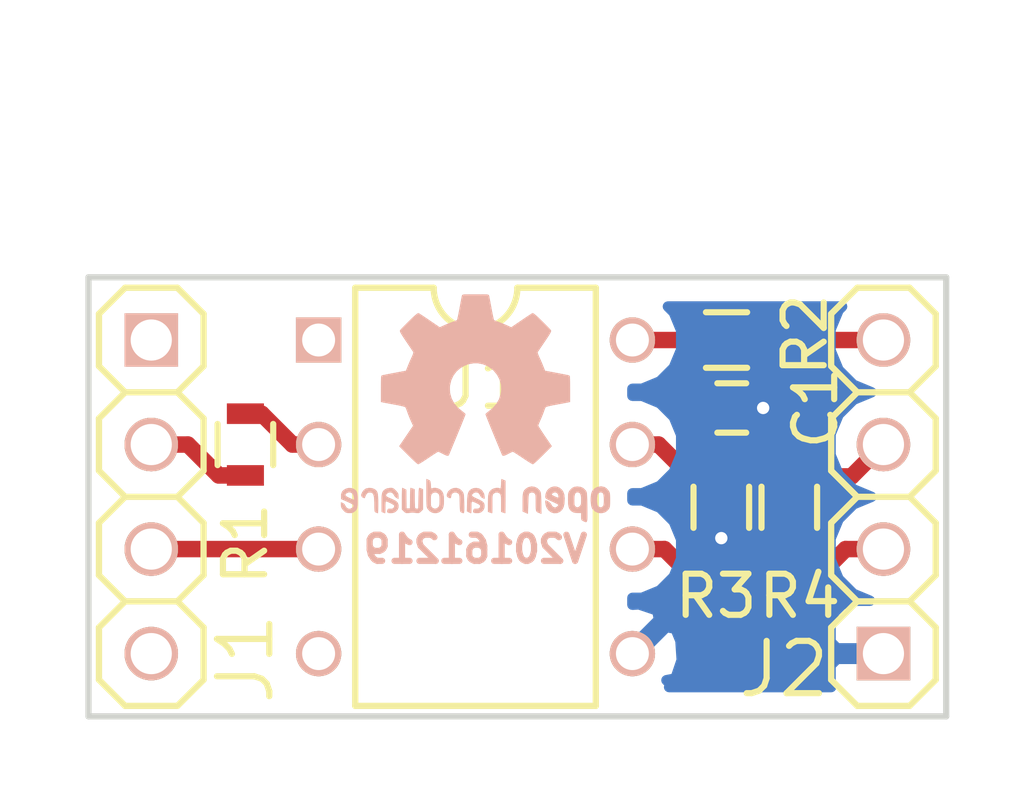
<source format=kicad_pcb>
(kicad_pcb (version 4) (host pcbnew 4.0.4+e1-6308~48~ubuntu16.04.1-stable)

  (general
    (links 13)
    (no_connects 0)
    (area 135.869 94.124714 161.184 113.857)
    (thickness 1.6)
    (drawings 5)
    (tracks 25)
    (zones 0)
    (modules 9)
    (nets 14)
  )

  (page A4)
  (layers
    (0 F.Cu signal)
    (31 B.Cu signal)
    (32 B.Adhes user)
    (33 F.Adhes user)
    (34 B.Paste user)
    (35 F.Paste user)
    (36 B.SilkS user)
    (37 F.SilkS user)
    (38 B.Mask user)
    (39 F.Mask user)
    (40 Dwgs.User user)
    (41 Cmts.User user)
    (42 Eco1.User user)
    (43 Eco2.User user)
    (44 Edge.Cuts user)
    (45 Margin user)
    (46 B.CrtYd user)
    (47 F.CrtYd user)
    (48 B.Fab user)
    (49 F.Fab user)
  )

  (setup
    (last_trace_width 0.25)
    (user_trace_width 0.3)
    (user_trace_width 0.4)
    (user_trace_width 0.6)
    (user_trace_width 0.8)
    (user_trace_width 1)
    (user_trace_width 1.5)
    (user_trace_width 2.1)
    (trace_clearance 0.2)
    (zone_clearance 0.508)
    (zone_45_only no)
    (trace_min 0.2)
    (segment_width 0.2)
    (edge_width 0.15)
    (via_size 0.6)
    (via_drill 0.4)
    (via_min_size 0.4)
    (via_min_drill 0.3)
    (user_via 0.5 0.3)
    (user_via 0.6 0.4)
    (user_via 0.8 0.6)
    (user_via 1 0.8)
    (user_via 1.2 1)
    (user_via 1.8 1.5)
    (user_via 2.4 2.1)
    (uvia_size 0.3)
    (uvia_drill 0.1)
    (uvias_allowed no)
    (uvia_min_size 0.2)
    (uvia_min_drill 0.1)
    (pcb_text_width 0.3)
    (pcb_text_size 1.5 1.5)
    (mod_edge_width 0.15)
    (mod_text_size 1 1)
    (mod_text_width 0.15)
    (pad_size 1.524 1.524)
    (pad_drill 0.762)
    (pad_to_mask_clearance 0.1)
    (aux_axis_origin 0 0)
    (visible_elements FFFFFF7F)
    (pcbplotparams
      (layerselection 0x00030_80000001)
      (usegerberextensions false)
      (excludeedgelayer true)
      (linewidth 0.100000)
      (plotframeref false)
      (viasonmask false)
      (mode 1)
      (useauxorigin false)
      (hpglpennumber 1)
      (hpglpenspeed 20)
      (hpglpendiameter 15)
      (hpglpenoverlay 2)
      (psnegative false)
      (psa4output false)
      (plotreference true)
      (plotvalue true)
      (plotinvisibletext false)
      (padsonsilk false)
      (subtractmaskfromsilk false)
      (outputformat 1)
      (mirror false)
      (drillshape 1)
      (scaleselection 1)
      (outputdirectory ""))
  )

  (net 0 "")
  (net 1 "Net-(C1-Pad1)")
  (net 2 GND)
  (net 3 "Net-(J1-Pad2)")
  (net 4 "Net-(J1-Pad3)")
  (net 5 "Net-(J2-Pad2)")
  (net 6 "Net-(J2-Pad3)")
  (net 7 VCC)
  (net 8 "Net-(R1-Pad1)")
  (net 9 "Net-(R3-Pad2)")
  (net 10 "Net-(J1-Pad1)")
  (net 11 "Net-(J1-Pad4)")
  (net 12 "Net-(U1-Pad1)")
  (net 13 "Net-(U1-Pad4)")

  (net_class Default "This is the default net class."
    (clearance 0.2)
    (trace_width 0.25)
    (via_dia 0.6)
    (via_drill 0.4)
    (uvia_dia 0.3)
    (uvia_drill 0.1)
    (add_net GND)
    (add_net "Net-(C1-Pad1)")
    (add_net "Net-(J1-Pad1)")
    (add_net "Net-(J1-Pad2)")
    (add_net "Net-(J1-Pad3)")
    (add_net "Net-(J1-Pad4)")
    (add_net "Net-(J2-Pad2)")
    (add_net "Net-(J2-Pad3)")
    (add_net "Net-(R1-Pad1)")
    (add_net "Net-(R3-Pad2)")
    (add_net "Net-(U1-Pad1)")
    (add_net "Net-(U1-Pad4)")
    (add_net VCC)
  )

  (module SquantorIC:DIL08_0.8 (layer F.Cu) (tedit 585854BF) (tstamp 5853CAE5)
    (at 147.574 106.68 270)
    (descr "DUAL IN LINE PACKAGE")
    (tags "DUAL IN LINE PACKAGE")
    (path /58530E4D)
    (attr virtual)
    (fp_text reference U1 (at -2.794 0 360) (layer F.SilkS)
      (effects (font (size 1.27 1.27) (thickness 0.15)))
    )
    (fp_text value 6N139 (at -8.89 -0.127 270) (layer F.Fab)
      (effects (font (size 1.27 1.27) (thickness 0.15)))
    )
    (fp_line (start 5.08 -2.921) (end -5.08 -2.921) (layer F.SilkS) (width 0.1524))
    (fp_line (start -5.08 2.921) (end 5.08 2.921) (layer F.SilkS) (width 0.1524))
    (fp_line (start 5.08 -2.921) (end 5.08 2.921) (layer F.SilkS) (width 0.1524))
    (fp_line (start -5.08 -2.921) (end -5.08 -1.016) (layer F.SilkS) (width 0.1524))
    (fp_line (start -5.08 2.921) (end -5.08 1.016) (layer F.SilkS) (width 0.1524))
    (fp_arc (start -5.08 0) (end -5.08 -1.016) (angle 180) (layer F.SilkS) (width 0.1524))
    (pad 1 thru_hole rect (at -3.81 3.81 90) (size 1.1 1.1) (drill 0.8) (layers *.Cu *.Paste *.SilkS *.Mask)
      (net 12 "Net-(U1-Pad1)"))
    (pad 2 thru_hole circle (at -1.27 3.81 90) (size 1.1 1.1) (drill 0.8) (layers *.Cu *.Paste *.SilkS *.Mask)
      (net 8 "Net-(R1-Pad1)"))
    (pad 3 thru_hole circle (at 1.27 3.81 90) (size 1.1 1.1) (drill 0.8) (layers *.Cu *.Paste *.SilkS *.Mask)
      (net 4 "Net-(J1-Pad3)"))
    (pad 4 thru_hole circle (at 3.81 3.81 90) (size 1.1 1.1) (drill 0.8) (layers *.Cu *.Paste *.SilkS *.Mask)
      (net 13 "Net-(U1-Pad4)"))
    (pad 5 thru_hole circle (at 3.81 -3.81 90) (size 1.1 1.1) (drill 0.8) (layers *.Cu *.Paste *.SilkS *.Mask)
      (net 2 GND))
    (pad 6 thru_hole circle (at 1.27 -3.81 90) (size 1.1 1.1) (drill 0.8) (layers *.Cu *.Paste *.SilkS *.Mask)
      (net 5 "Net-(J2-Pad2)"))
    (pad 7 thru_hole circle (at -1.27 -3.81 90) (size 1.1 1.1) (drill 0.8) (layers *.Cu *.Paste *.SilkS *.Mask)
      (net 9 "Net-(R3-Pad2)"))
    (pad 8 thru_hole circle (at -3.81 -3.81 90) (size 1.1 1.1) (drill 0.8) (layers *.Cu *.Paste *.SilkS *.Mask)
      (net 1 "Net-(C1-Pad1)"))
  )

  (module Resistors_SMD:R_0603 (layer F.Cu) (tedit 58531828) (tstamp 5853CAD3)
    (at 155.194 106.934 270)
    (descr "Resistor SMD 0603, reflow soldering, Vishay (see dcrcw.pdf)")
    (tags "resistor 0603")
    (path /5853199C)
    (attr smd)
    (fp_text reference R4 (at 2.159 -0.254 540) (layer F.SilkS)
      (effects (font (size 1 1) (thickness 0.15)))
    )
    (fp_text value R (at 6.223 0 270) (layer F.Fab)
      (effects (font (size 1 1) (thickness 0.15)))
    )
    (fp_line (start -0.8 0.4) (end -0.8 -0.4) (layer F.Fab) (width 0.1))
    (fp_line (start 0.8 0.4) (end -0.8 0.4) (layer F.Fab) (width 0.1))
    (fp_line (start 0.8 -0.4) (end 0.8 0.4) (layer F.Fab) (width 0.1))
    (fp_line (start -0.8 -0.4) (end 0.8 -0.4) (layer F.Fab) (width 0.1))
    (fp_line (start -1.3 -0.8) (end 1.3 -0.8) (layer F.CrtYd) (width 0.05))
    (fp_line (start -1.3 0.8) (end 1.3 0.8) (layer F.CrtYd) (width 0.05))
    (fp_line (start -1.3 -0.8) (end -1.3 0.8) (layer F.CrtYd) (width 0.05))
    (fp_line (start 1.3 -0.8) (end 1.3 0.8) (layer F.CrtYd) (width 0.05))
    (fp_line (start 0.5 0.675) (end -0.5 0.675) (layer F.SilkS) (width 0.15))
    (fp_line (start -0.5 -0.675) (end 0.5 -0.675) (layer F.SilkS) (width 0.15))
    (pad 1 smd rect (at -0.75 0 270) (size 0.5 0.9) (layers F.Cu F.Paste F.Mask)
      (net 6 "Net-(J2-Pad3)"))
    (pad 2 smd rect (at 0.75 0 270) (size 0.5 0.9) (layers F.Cu F.Paste F.Mask)
      (net 5 "Net-(J2-Pad2)"))
    (model Resistors_SMD.3dshapes/R_0603.wrl
      (at (xyz 0 0 0))
      (scale (xyz 1 1 1))
      (rotate (xyz 0 0 0))
    )
  )

  (module Resistors_SMD:R_0603 (layer F.Cu) (tedit 58531826) (tstamp 5853CACD)
    (at 153.543 106.934 90)
    (descr "Resistor SMD 0603, reflow soldering, Vishay (see dcrcw.pdf)")
    (tags "resistor 0603")
    (path /5853179B)
    (attr smd)
    (fp_text reference R3 (at -2.159 -0.127 360) (layer F.SilkS)
      (effects (font (size 1 1) (thickness 0.15)))
    )
    (fp_text value R (at -6.223 0 90) (layer F.Fab)
      (effects (font (size 1 1) (thickness 0.15)))
    )
    (fp_line (start -0.8 0.4) (end -0.8 -0.4) (layer F.Fab) (width 0.1))
    (fp_line (start 0.8 0.4) (end -0.8 0.4) (layer F.Fab) (width 0.1))
    (fp_line (start 0.8 -0.4) (end 0.8 0.4) (layer F.Fab) (width 0.1))
    (fp_line (start -0.8 -0.4) (end 0.8 -0.4) (layer F.Fab) (width 0.1))
    (fp_line (start -1.3 -0.8) (end 1.3 -0.8) (layer F.CrtYd) (width 0.05))
    (fp_line (start -1.3 0.8) (end 1.3 0.8) (layer F.CrtYd) (width 0.05))
    (fp_line (start -1.3 -0.8) (end -1.3 0.8) (layer F.CrtYd) (width 0.05))
    (fp_line (start 1.3 -0.8) (end 1.3 0.8) (layer F.CrtYd) (width 0.05))
    (fp_line (start 0.5 0.675) (end -0.5 0.675) (layer F.SilkS) (width 0.15))
    (fp_line (start -0.5 -0.675) (end 0.5 -0.675) (layer F.SilkS) (width 0.15))
    (pad 1 smd rect (at -0.75 0 90) (size 0.5 0.9) (layers F.Cu F.Paste F.Mask)
      (net 2 GND))
    (pad 2 smd rect (at 0.75 0 90) (size 0.5 0.9) (layers F.Cu F.Paste F.Mask)
      (net 9 "Net-(R3-Pad2)"))
    (model Resistors_SMD.3dshapes/R_0603.wrl
      (at (xyz 0 0 0))
      (scale (xyz 1 1 1))
      (rotate (xyz 0 0 0))
    )
  )

  (module Resistors_SMD:R_0603 (layer F.Cu) (tedit 58531867) (tstamp 5853CAC7)
    (at 153.67 102.87)
    (descr "Resistor SMD 0603, reflow soldering, Vishay (see dcrcw.pdf)")
    (tags "resistor 0603")
    (path /585312FE)
    (attr smd)
    (fp_text reference R2 (at 1.905 -0.127 90) (layer F.SilkS)
      (effects (font (size 1 1) (thickness 0.15)))
    )
    (fp_text value 220 (at -0.127 -4.826) (layer F.Fab)
      (effects (font (size 1 1) (thickness 0.15)))
    )
    (fp_line (start -0.8 0.4) (end -0.8 -0.4) (layer F.Fab) (width 0.1))
    (fp_line (start 0.8 0.4) (end -0.8 0.4) (layer F.Fab) (width 0.1))
    (fp_line (start 0.8 -0.4) (end 0.8 0.4) (layer F.Fab) (width 0.1))
    (fp_line (start -0.8 -0.4) (end 0.8 -0.4) (layer F.Fab) (width 0.1))
    (fp_line (start -1.3 -0.8) (end 1.3 -0.8) (layer F.CrtYd) (width 0.05))
    (fp_line (start -1.3 0.8) (end 1.3 0.8) (layer F.CrtYd) (width 0.05))
    (fp_line (start -1.3 -0.8) (end -1.3 0.8) (layer F.CrtYd) (width 0.05))
    (fp_line (start 1.3 -0.8) (end 1.3 0.8) (layer F.CrtYd) (width 0.05))
    (fp_line (start 0.5 0.675) (end -0.5 0.675) (layer F.SilkS) (width 0.15))
    (fp_line (start -0.5 -0.675) (end 0.5 -0.675) (layer F.SilkS) (width 0.15))
    (pad 1 smd rect (at -0.75 0) (size 0.5 0.9) (layers F.Cu F.Paste F.Mask)
      (net 1 "Net-(C1-Pad1)"))
    (pad 2 smd rect (at 0.75 0) (size 0.5 0.9) (layers F.Cu F.Paste F.Mask)
      (net 7 VCC))
    (model Resistors_SMD.3dshapes/R_0603.wrl
      (at (xyz 0 0 0))
      (scale (xyz 1 1 1))
      (rotate (xyz 0 0 0))
    )
  )

  (module Resistors_SMD:R_0603 (layer F.Cu) (tedit 585446BD) (tstamp 5853CAC1)
    (at 141.986 105.41 270)
    (descr "Resistor SMD 0603, reflow soldering, Vishay (see dcrcw.pdf)")
    (tags "resistor 0603")
    (path /585310ED)
    (attr smd)
    (fp_text reference R1 (at 2.413 0 270) (layer F.SilkS)
      (effects (font (size 1 1) (thickness 0.15)))
    )
    (fp_text value Sel (at -6.477 0.127 270) (layer F.Fab)
      (effects (font (size 1 1) (thickness 0.15)))
    )
    (fp_line (start -0.8 0.4) (end -0.8 -0.4) (layer F.Fab) (width 0.1))
    (fp_line (start 0.8 0.4) (end -0.8 0.4) (layer F.Fab) (width 0.1))
    (fp_line (start 0.8 -0.4) (end 0.8 0.4) (layer F.Fab) (width 0.1))
    (fp_line (start -0.8 -0.4) (end 0.8 -0.4) (layer F.Fab) (width 0.1))
    (fp_line (start -1.3 -0.8) (end 1.3 -0.8) (layer F.CrtYd) (width 0.05))
    (fp_line (start -1.3 0.8) (end 1.3 0.8) (layer F.CrtYd) (width 0.05))
    (fp_line (start -1.3 -0.8) (end -1.3 0.8) (layer F.CrtYd) (width 0.05))
    (fp_line (start 1.3 -0.8) (end 1.3 0.8) (layer F.CrtYd) (width 0.05))
    (fp_line (start 0.5 0.675) (end -0.5 0.675) (layer F.SilkS) (width 0.15))
    (fp_line (start -0.5 -0.675) (end 0.5 -0.675) (layer F.SilkS) (width 0.15))
    (pad 1 smd rect (at -0.75 0 270) (size 0.5 0.9) (layers F.Cu F.Paste F.Mask)
      (net 8 "Net-(R1-Pad1)"))
    (pad 2 smd rect (at 0.75 0 270) (size 0.5 0.9) (layers F.Cu F.Paste F.Mask)
      (net 3 "Net-(J1-Pad2)"))
    (model Resistors_SMD.3dshapes/R_0603.wrl
      (at (xyz 0 0 0))
      (scale (xyz 1 1 1))
      (rotate (xyz 0 0 0))
    )
  )

  (module SquantorConnectors:Header-2.54-1X04-H1.0 locked (layer F.Cu) (tedit 58531818) (tstamp 5853CABB)
    (at 157.48 106.68 90)
    (descr "PIN HEADER")
    (tags "PIN HEADER")
    (path /58531CAF)
    (attr virtual)
    (fp_text reference J2 (at -4.191 -2.413 360) (layer F.SilkS)
      (effects (font (size 1.27 1.27) (thickness 0.15)))
    )
    (fp_text value PINS_1X4 (at 0 2.413 90) (layer F.Fab)
      (effects (font (size 1.27 1.27) (thickness 0.15)))
    )
    (fp_line (start 0 -0.635) (end 0.635 -1.27) (layer F.SilkS) (width 0.1524))
    (fp_line (start 0.635 -1.27) (end 1.905 -1.27) (layer F.SilkS) (width 0.1524))
    (fp_line (start 1.905 -1.27) (end 2.54 -0.635) (layer F.SilkS) (width 0.1524))
    (fp_line (start 2.54 -0.635) (end 2.54 0.635) (layer F.SilkS) (width 0.1524))
    (fp_line (start 2.54 0.635) (end 1.905 1.27) (layer F.SilkS) (width 0.1524))
    (fp_line (start 1.905 1.27) (end 0.635 1.27) (layer F.SilkS) (width 0.1524))
    (fp_line (start 0.635 1.27) (end 0 0.635) (layer F.SilkS) (width 0.1524))
    (fp_line (start -4.445 -1.27) (end -3.175 -1.27) (layer F.SilkS) (width 0.1524))
    (fp_line (start -3.175 -1.27) (end -2.54 -0.635) (layer F.SilkS) (width 0.1524))
    (fp_line (start -2.54 -0.635) (end -2.54 0.635) (layer F.SilkS) (width 0.1524))
    (fp_line (start -2.54 0.635) (end -3.175 1.27) (layer F.SilkS) (width 0.1524))
    (fp_line (start -2.54 -0.635) (end -1.905 -1.27) (layer F.SilkS) (width 0.1524))
    (fp_line (start -1.905 -1.27) (end -0.635 -1.27) (layer F.SilkS) (width 0.1524))
    (fp_line (start -0.635 -1.27) (end 0 -0.635) (layer F.SilkS) (width 0.1524))
    (fp_line (start 0 -0.635) (end 0 0.635) (layer F.SilkS) (width 0.1524))
    (fp_line (start 0 0.635) (end -0.635 1.27) (layer F.SilkS) (width 0.1524))
    (fp_line (start -0.635 1.27) (end -1.905 1.27) (layer F.SilkS) (width 0.1524))
    (fp_line (start -1.905 1.27) (end -2.54 0.635) (layer F.SilkS) (width 0.1524))
    (fp_line (start -5.08 -0.635) (end -5.08 0.635) (layer F.SilkS) (width 0.1524))
    (fp_line (start -4.445 -1.27) (end -5.08 -0.635) (layer F.SilkS) (width 0.1524))
    (fp_line (start -5.08 0.635) (end -4.445 1.27) (layer F.SilkS) (width 0.1524))
    (fp_line (start -3.175 1.27) (end -4.445 1.27) (layer F.SilkS) (width 0.1524))
    (fp_line (start 3.175 -1.27) (end 4.445 -1.27) (layer F.SilkS) (width 0.1524))
    (fp_line (start 4.445 -1.27) (end 5.08 -0.635) (layer F.SilkS) (width 0.1524))
    (fp_line (start 5.08 -0.635) (end 5.08 0.635) (layer F.SilkS) (width 0.1524))
    (fp_line (start 5.08 0.635) (end 4.445 1.27) (layer F.SilkS) (width 0.1524))
    (fp_line (start 3.175 -1.27) (end 2.54 -0.635) (layer F.SilkS) (width 0.1524))
    (fp_line (start 2.54 0.635) (end 3.175 1.27) (layer F.SilkS) (width 0.1524))
    (fp_line (start 4.445 1.27) (end 3.175 1.27) (layer F.SilkS) (width 0.1524))
    (pad 1 thru_hole rect (at -3.81 0 270) (size 1.3 1.3) (drill 1) (layers *.Cu *.Paste *.SilkS *.Mask)
      (net 2 GND))
    (pad 2 thru_hole circle (at -1.27 0 270) (size 1.3 1.3) (drill 1) (layers *.Cu *.Paste *.SilkS *.Mask)
      (net 5 "Net-(J2-Pad2)"))
    (pad 3 thru_hole circle (at 1.27 0 270) (size 1.3 1.3) (drill 1) (layers *.Cu *.Paste *.SilkS *.Mask)
      (net 6 "Net-(J2-Pad3)"))
    (pad 4 thru_hole circle (at 3.81 0 270) (size 1.3 1.3) (drill 1) (layers *.Cu *.Paste *.SilkS *.Mask)
      (net 7 VCC))
  )

  (module SquantorConnectors:Header-2.54-1X04-H1.0 locked (layer F.Cu) (tedit 5853183A) (tstamp 5853CA96)
    (at 139.7 106.68 270)
    (descr "PIN HEADER")
    (tags "PIN HEADER")
    (path /58530FED)
    (attr virtual)
    (fp_text reference J1 (at 3.937 -2.286 270) (layer F.SilkS)
      (effects (font (size 1.27 1.27) (thickness 0.15)))
    )
    (fp_text value PINS_1X4 (at 0 2.667 270) (layer F.Fab)
      (effects (font (size 1.27 1.27) (thickness 0.15)))
    )
    (fp_line (start 0 -0.635) (end 0.635 -1.27) (layer F.SilkS) (width 0.1524))
    (fp_line (start 0.635 -1.27) (end 1.905 -1.27) (layer F.SilkS) (width 0.1524))
    (fp_line (start 1.905 -1.27) (end 2.54 -0.635) (layer F.SilkS) (width 0.1524))
    (fp_line (start 2.54 -0.635) (end 2.54 0.635) (layer F.SilkS) (width 0.1524))
    (fp_line (start 2.54 0.635) (end 1.905 1.27) (layer F.SilkS) (width 0.1524))
    (fp_line (start 1.905 1.27) (end 0.635 1.27) (layer F.SilkS) (width 0.1524))
    (fp_line (start 0.635 1.27) (end 0 0.635) (layer F.SilkS) (width 0.1524))
    (fp_line (start -4.445 -1.27) (end -3.175 -1.27) (layer F.SilkS) (width 0.1524))
    (fp_line (start -3.175 -1.27) (end -2.54 -0.635) (layer F.SilkS) (width 0.1524))
    (fp_line (start -2.54 -0.635) (end -2.54 0.635) (layer F.SilkS) (width 0.1524))
    (fp_line (start -2.54 0.635) (end -3.175 1.27) (layer F.SilkS) (width 0.1524))
    (fp_line (start -2.54 -0.635) (end -1.905 -1.27) (layer F.SilkS) (width 0.1524))
    (fp_line (start -1.905 -1.27) (end -0.635 -1.27) (layer F.SilkS) (width 0.1524))
    (fp_line (start -0.635 -1.27) (end 0 -0.635) (layer F.SilkS) (width 0.1524))
    (fp_line (start 0 -0.635) (end 0 0.635) (layer F.SilkS) (width 0.1524))
    (fp_line (start 0 0.635) (end -0.635 1.27) (layer F.SilkS) (width 0.1524))
    (fp_line (start -0.635 1.27) (end -1.905 1.27) (layer F.SilkS) (width 0.1524))
    (fp_line (start -1.905 1.27) (end -2.54 0.635) (layer F.SilkS) (width 0.1524))
    (fp_line (start -5.08 -0.635) (end -5.08 0.635) (layer F.SilkS) (width 0.1524))
    (fp_line (start -4.445 -1.27) (end -5.08 -0.635) (layer F.SilkS) (width 0.1524))
    (fp_line (start -5.08 0.635) (end -4.445 1.27) (layer F.SilkS) (width 0.1524))
    (fp_line (start -3.175 1.27) (end -4.445 1.27) (layer F.SilkS) (width 0.1524))
    (fp_line (start 3.175 -1.27) (end 4.445 -1.27) (layer F.SilkS) (width 0.1524))
    (fp_line (start 4.445 -1.27) (end 5.08 -0.635) (layer F.SilkS) (width 0.1524))
    (fp_line (start 5.08 -0.635) (end 5.08 0.635) (layer F.SilkS) (width 0.1524))
    (fp_line (start 5.08 0.635) (end 4.445 1.27) (layer F.SilkS) (width 0.1524))
    (fp_line (start 3.175 -1.27) (end 2.54 -0.635) (layer F.SilkS) (width 0.1524))
    (fp_line (start 2.54 0.635) (end 3.175 1.27) (layer F.SilkS) (width 0.1524))
    (fp_line (start 4.445 1.27) (end 3.175 1.27) (layer F.SilkS) (width 0.1524))
    (pad 1 thru_hole rect (at -3.81 0 90) (size 1.3 1.3) (drill 1) (layers *.Cu *.Paste *.SilkS *.Mask)
      (net 10 "Net-(J1-Pad1)"))
    (pad 2 thru_hole circle (at -1.27 0 90) (size 1.3 1.3) (drill 1) (layers *.Cu *.Paste *.SilkS *.Mask)
      (net 3 "Net-(J1-Pad2)"))
    (pad 3 thru_hole circle (at 1.27 0 90) (size 1.3 1.3) (drill 1) (layers *.Cu *.Paste *.SilkS *.Mask)
      (net 4 "Net-(J1-Pad3)"))
    (pad 4 thru_hole circle (at 3.81 0 90) (size 1.3 1.3) (drill 1) (layers *.Cu *.Paste *.SilkS *.Mask)
      (net 11 "Net-(J1-Pad4)"))
  )

  (module Capacitors_SMD:C_0603 (layer F.Cu) (tedit 585317FD) (tstamp 5853CA71)
    (at 153.797 104.521)
    (descr "Capacitor SMD 0603, reflow soldering, AVX (see smccp.pdf)")
    (tags "capacitor 0603")
    (path /58531416)
    (attr smd)
    (fp_text reference C1 (at 2.032 0 90) (layer F.SilkS)
      (effects (font (size 1 1) (thickness 0.15)))
    )
    (fp_text value 100n (at 0 -4.826) (layer F.Fab)
      (effects (font (size 1 1) (thickness 0.15)))
    )
    (fp_line (start -0.8 0.4) (end -0.8 -0.4) (layer F.Fab) (width 0.15))
    (fp_line (start 0.8 0.4) (end -0.8 0.4) (layer F.Fab) (width 0.15))
    (fp_line (start 0.8 -0.4) (end 0.8 0.4) (layer F.Fab) (width 0.15))
    (fp_line (start -0.8 -0.4) (end 0.8 -0.4) (layer F.Fab) (width 0.15))
    (fp_line (start -1.45 -0.75) (end 1.45 -0.75) (layer F.CrtYd) (width 0.05))
    (fp_line (start -1.45 0.75) (end 1.45 0.75) (layer F.CrtYd) (width 0.05))
    (fp_line (start -1.45 -0.75) (end -1.45 0.75) (layer F.CrtYd) (width 0.05))
    (fp_line (start 1.45 -0.75) (end 1.45 0.75) (layer F.CrtYd) (width 0.05))
    (fp_line (start -0.35 -0.6) (end 0.35 -0.6) (layer F.SilkS) (width 0.15))
    (fp_line (start 0.35 0.6) (end -0.35 0.6) (layer F.SilkS) (width 0.15))
    (pad 1 smd rect (at -0.75 0) (size 0.8 0.75) (layers F.Cu F.Paste F.Mask)
      (net 1 "Net-(C1-Pad1)"))
    (pad 2 smd rect (at 0.75 0) (size 0.8 0.75) (layers F.Cu F.Paste F.Mask)
      (net 2 GND))
    (model Capacitors_SMD.3dshapes/C_0603.wrl
      (at (xyz 0 0 0))
      (scale (xyz 1 1 1))
      (rotate (xyz 0 0 0))
    )
  )

  (module Symbols:OSHW-Logo2_7.3x6mm_SilkScreen (layer B.Cu) (tedit 0) (tstamp 58585D36)
    (at 147.574 104.521 180)
    (descr "Open Source Hardware Symbol")
    (tags "Logo Symbol OSHW")
    (attr virtual)
    (fp_text reference REF*** (at 0 0 180) (layer B.SilkS) hide
      (effects (font (size 1 1) (thickness 0.15)) (justify mirror))
    )
    (fp_text value OSHW-Logo2_9.8x8mm_SilkScreen (at 0.75 0 180) (layer B.Fab) hide
      (effects (font (size 1 1) (thickness 0.15)) (justify mirror))
    )
    (fp_poly (pts (xy -2.400256 -1.919918) (xy -2.344799 -1.947568) (xy -2.295852 -1.99848) (xy -2.282371 -2.017338)
      (xy -2.267686 -2.042015) (xy -2.258158 -2.068816) (xy -2.252707 -2.104587) (xy -2.250253 -2.156169)
      (xy -2.249714 -2.224267) (xy -2.252148 -2.317588) (xy -2.260606 -2.387657) (xy -2.276826 -2.439931)
      (xy -2.302546 -2.479869) (xy -2.339503 -2.512929) (xy -2.342218 -2.514886) (xy -2.37864 -2.534908)
      (xy -2.422498 -2.544815) (xy -2.478276 -2.547257) (xy -2.568952 -2.547257) (xy -2.56899 -2.635283)
      (xy -2.569834 -2.684308) (xy -2.574976 -2.713065) (xy -2.588413 -2.730311) (xy -2.614142 -2.744808)
      (xy -2.620321 -2.747769) (xy -2.649236 -2.761648) (xy -2.671624 -2.770414) (xy -2.688271 -2.771171)
      (xy -2.699964 -2.761023) (xy -2.70749 -2.737073) (xy -2.711634 -2.696426) (xy -2.713185 -2.636186)
      (xy -2.712929 -2.553455) (xy -2.711651 -2.445339) (xy -2.711252 -2.413) (xy -2.709815 -2.301524)
      (xy -2.708528 -2.228603) (xy -2.569029 -2.228603) (xy -2.568245 -2.290499) (xy -2.56476 -2.330997)
      (xy -2.556876 -2.357708) (xy -2.542895 -2.378244) (xy -2.533403 -2.38826) (xy -2.494596 -2.417567)
      (xy -2.460237 -2.419952) (xy -2.424784 -2.39575) (xy -2.423886 -2.394857) (xy -2.409461 -2.376153)
      (xy -2.400687 -2.350732) (xy -2.396261 -2.311584) (xy -2.394882 -2.251697) (xy -2.394857 -2.23843)
      (xy -2.398188 -2.155901) (xy -2.409031 -2.098691) (xy -2.42866 -2.063766) (xy -2.45835 -2.048094)
      (xy -2.475509 -2.046514) (xy -2.516234 -2.053926) (xy -2.544168 -2.07833) (xy -2.560983 -2.12298)
      (xy -2.56835 -2.19113) (xy -2.569029 -2.228603) (xy -2.708528 -2.228603) (xy -2.708292 -2.215245)
      (xy -2.706323 -2.150333) (xy -2.70355 -2.102958) (xy -2.699612 -2.06929) (xy -2.694151 -2.045498)
      (xy -2.686808 -2.027753) (xy -2.677223 -2.012224) (xy -2.673113 -2.006381) (xy -2.618595 -1.951185)
      (xy -2.549664 -1.91989) (xy -2.469928 -1.911165) (xy -2.400256 -1.919918)) (layer B.SilkS) (width 0.01))
    (fp_poly (pts (xy -1.283907 -1.92778) (xy -1.237328 -1.954723) (xy -1.204943 -1.981466) (xy -1.181258 -2.009484)
      (xy -1.164941 -2.043748) (xy -1.154661 -2.089227) (xy -1.149086 -2.150892) (xy -1.146884 -2.233711)
      (xy -1.146629 -2.293246) (xy -1.146629 -2.512391) (xy -1.208314 -2.540044) (xy -1.27 -2.567697)
      (xy -1.277257 -2.32767) (xy -1.280256 -2.238028) (xy -1.283402 -2.172962) (xy -1.287299 -2.128026)
      (xy -1.292553 -2.09877) (xy -1.299769 -2.080748) (xy -1.30955 -2.069511) (xy -1.312688 -2.067079)
      (xy -1.360239 -2.048083) (xy -1.408303 -2.0556) (xy -1.436914 -2.075543) (xy -1.448553 -2.089675)
      (xy -1.456609 -2.10822) (xy -1.461729 -2.136334) (xy -1.464559 -2.179173) (xy -1.465744 -2.241895)
      (xy -1.465943 -2.307261) (xy -1.465982 -2.389268) (xy -1.467386 -2.447316) (xy -1.472086 -2.486465)
      (xy -1.482013 -2.51178) (xy -1.499097 -2.528323) (xy -1.525268 -2.541156) (xy -1.560225 -2.554491)
      (xy -1.598404 -2.569007) (xy -1.593859 -2.311389) (xy -1.592029 -2.218519) (xy -1.589888 -2.149889)
      (xy -1.586819 -2.100711) (xy -1.582206 -2.066198) (xy -1.575432 -2.041562) (xy -1.565881 -2.022016)
      (xy -1.554366 -2.00477) (xy -1.49881 -1.94968) (xy -1.43102 -1.917822) (xy -1.357287 -1.910191)
      (xy -1.283907 -1.92778)) (layer B.SilkS) (width 0.01))
    (fp_poly (pts (xy -2.958885 -1.921962) (xy -2.890855 -1.957733) (xy -2.840649 -2.015301) (xy -2.822815 -2.052312)
      (xy -2.808937 -2.107882) (xy -2.801833 -2.178096) (xy -2.80116 -2.254727) (xy -2.806573 -2.329552)
      (xy -2.81773 -2.394342) (xy -2.834286 -2.440873) (xy -2.839374 -2.448887) (xy -2.899645 -2.508707)
      (xy -2.971231 -2.544535) (xy -3.048908 -2.55502) (xy -3.127452 -2.53881) (xy -3.149311 -2.529092)
      (xy -3.191878 -2.499143) (xy -3.229237 -2.459433) (xy -3.232768 -2.454397) (xy -3.247119 -2.430124)
      (xy -3.256606 -2.404178) (xy -3.26221 -2.370022) (xy -3.264914 -2.321119) (xy -3.265701 -2.250935)
      (xy -3.265714 -2.2352) (xy -3.265678 -2.230192) (xy -3.120571 -2.230192) (xy -3.119727 -2.29643)
      (xy -3.116404 -2.340386) (xy -3.109417 -2.368779) (xy -3.097584 -2.388325) (xy -3.091543 -2.394857)
      (xy -3.056814 -2.41968) (xy -3.023097 -2.418548) (xy -2.989005 -2.397016) (xy -2.968671 -2.374029)
      (xy -2.956629 -2.340478) (xy -2.949866 -2.287569) (xy -2.949402 -2.281399) (xy -2.948248 -2.185513)
      (xy -2.960312 -2.114299) (xy -2.98543 -2.068194) (xy -3.02344 -2.047635) (xy -3.037008 -2.046514)
      (xy -3.072636 -2.052152) (xy -3.097006 -2.071686) (xy -3.111907 -2.109042) (xy -3.119125 -2.16815)
      (xy -3.120571 -2.230192) (xy -3.265678 -2.230192) (xy -3.265174 -2.160413) (xy -3.262904 -2.108159)
      (xy -3.257932 -2.071949) (xy -3.249287 -2.045299) (xy -3.235995 -2.021722) (xy -3.233057 -2.017338)
      (xy -3.183687 -1.958249) (xy -3.129891 -1.923947) (xy -3.064398 -1.910331) (xy -3.042158 -1.909665)
      (xy -2.958885 -1.921962)) (layer B.SilkS) (width 0.01))
    (fp_poly (pts (xy -1.831697 -1.931239) (xy -1.774473 -1.969735) (xy -1.730251 -2.025335) (xy -1.703833 -2.096086)
      (xy -1.69849 -2.148162) (xy -1.699097 -2.169893) (xy -1.704178 -2.186531) (xy -1.718145 -2.201437)
      (xy -1.745411 -2.217973) (xy -1.790388 -2.239498) (xy -1.857489 -2.269374) (xy -1.857829 -2.269524)
      (xy -1.919593 -2.297813) (xy -1.970241 -2.322933) (xy -2.004596 -2.342179) (xy -2.017482 -2.352848)
      (xy -2.017486 -2.352934) (xy -2.006128 -2.376166) (xy -1.979569 -2.401774) (xy -1.949077 -2.420221)
      (xy -1.93363 -2.423886) (xy -1.891485 -2.411212) (xy -1.855192 -2.379471) (xy -1.837483 -2.344572)
      (xy -1.820448 -2.318845) (xy -1.787078 -2.289546) (xy -1.747851 -2.264235) (xy -1.713244 -2.250471)
      (xy -1.706007 -2.249714) (xy -1.697861 -2.26216) (xy -1.69737 -2.293972) (xy -1.703357 -2.336866)
      (xy -1.714643 -2.382558) (xy -1.73005 -2.422761) (xy -1.730829 -2.424322) (xy -1.777196 -2.489062)
      (xy -1.837289 -2.533097) (xy -1.905535 -2.554711) (xy -1.976362 -2.552185) (xy -2.044196 -2.523804)
      (xy -2.047212 -2.521808) (xy -2.100573 -2.473448) (xy -2.13566 -2.410352) (xy -2.155078 -2.327387)
      (xy -2.157684 -2.304078) (xy -2.162299 -2.194055) (xy -2.156767 -2.142748) (xy -2.017486 -2.142748)
      (xy -2.015676 -2.174753) (xy -2.005778 -2.184093) (xy -1.981102 -2.177105) (xy -1.942205 -2.160587)
      (xy -1.898725 -2.139881) (xy -1.897644 -2.139333) (xy -1.860791 -2.119949) (xy -1.846 -2.107013)
      (xy -1.849647 -2.093451) (xy -1.865005 -2.075632) (xy -1.904077 -2.049845) (xy -1.946154 -2.04795)
      (xy -1.983897 -2.066717) (xy -2.009966 -2.102915) (xy -2.017486 -2.142748) (xy -2.156767 -2.142748)
      (xy -2.152806 -2.106027) (xy -2.12845 -2.036212) (xy -2.094544 -1.987302) (xy -2.033347 -1.937878)
      (xy -1.965937 -1.913359) (xy -1.89712 -1.911797) (xy -1.831697 -1.931239)) (layer B.SilkS) (width 0.01))
    (fp_poly (pts (xy -0.624114 -1.851289) (xy -0.619861 -1.910613) (xy -0.614975 -1.945572) (xy -0.608205 -1.96082)
      (xy -0.598298 -1.961015) (xy -0.595086 -1.959195) (xy -0.552356 -1.946015) (xy -0.496773 -1.946785)
      (xy -0.440263 -1.960333) (xy -0.404918 -1.977861) (xy -0.368679 -2.005861) (xy -0.342187 -2.037549)
      (xy -0.324001 -2.077813) (xy -0.312678 -2.131543) (xy -0.306778 -2.203626) (xy -0.304857 -2.298951)
      (xy -0.304823 -2.317237) (xy -0.3048 -2.522646) (xy -0.350509 -2.53858) (xy -0.382973 -2.54942)
      (xy -0.400785 -2.554468) (xy -0.401309 -2.554514) (xy -0.403063 -2.540828) (xy -0.404556 -2.503076)
      (xy -0.405674 -2.446224) (xy -0.406303 -2.375234) (xy -0.4064 -2.332073) (xy -0.406602 -2.246973)
      (xy -0.407642 -2.185981) (xy -0.410169 -2.144177) (xy -0.414836 -2.116642) (xy -0.422293 -2.098456)
      (xy -0.433189 -2.084698) (xy -0.439993 -2.078073) (xy -0.486728 -2.051375) (xy -0.537728 -2.049375)
      (xy -0.583999 -2.071955) (xy -0.592556 -2.080107) (xy -0.605107 -2.095436) (xy -0.613812 -2.113618)
      (xy -0.619369 -2.139909) (xy -0.622474 -2.179562) (xy -0.623824 -2.237832) (xy -0.624114 -2.318173)
      (xy -0.624114 -2.522646) (xy -0.669823 -2.53858) (xy -0.702287 -2.54942) (xy -0.720099 -2.554468)
      (xy -0.720623 -2.554514) (xy -0.721963 -2.540623) (xy -0.723172 -2.501439) (xy -0.724199 -2.4407)
      (xy -0.724998 -2.362141) (xy -0.725519 -2.269498) (xy -0.725714 -2.166509) (xy -0.725714 -1.769342)
      (xy -0.678543 -1.749444) (xy -0.631371 -1.729547) (xy -0.624114 -1.851289)) (layer B.SilkS) (width 0.01))
    (fp_poly (pts (xy 0.039744 -1.950968) (xy 0.096616 -1.972087) (xy 0.097267 -1.972493) (xy 0.13244 -1.99838)
      (xy 0.158407 -2.028633) (xy 0.17667 -2.068058) (xy 0.188732 -2.121462) (xy 0.196096 -2.193651)
      (xy 0.200264 -2.289432) (xy 0.200629 -2.303078) (xy 0.205876 -2.508842) (xy 0.161716 -2.531678)
      (xy 0.129763 -2.54711) (xy 0.11047 -2.554423) (xy 0.109578 -2.554514) (xy 0.106239 -2.541022)
      (xy 0.103587 -2.504626) (xy 0.101956 -2.451452) (xy 0.1016 -2.408393) (xy 0.101592 -2.338641)
      (xy 0.098403 -2.294837) (xy 0.087288 -2.273944) (xy 0.063501 -2.272925) (xy 0.022296 -2.288741)
      (xy -0.039914 -2.317815) (xy -0.085659 -2.341963) (xy -0.109187 -2.362913) (xy -0.116104 -2.385747)
      (xy -0.116114 -2.386877) (xy -0.104701 -2.426212) (xy -0.070908 -2.447462) (xy -0.019191 -2.450539)
      (xy 0.018061 -2.450006) (xy 0.037703 -2.460735) (xy 0.049952 -2.486505) (xy 0.057002 -2.519337)
      (xy 0.046842 -2.537966) (xy 0.043017 -2.540632) (xy 0.007001 -2.55134) (xy -0.043434 -2.552856)
      (xy -0.095374 -2.545759) (xy -0.132178 -2.532788) (xy -0.183062 -2.489585) (xy -0.211986 -2.429446)
      (xy -0.217714 -2.382462) (xy -0.213343 -2.340082) (xy -0.197525 -2.305488) (xy -0.166203 -2.274763)
      (xy -0.115322 -2.24399) (xy -0.040824 -2.209252) (xy -0.036286 -2.207288) (xy 0.030821 -2.176287)
      (xy 0.072232 -2.150862) (xy 0.089981 -2.128014) (xy 0.086107 -2.104745) (xy 0.062643 -2.078056)
      (xy 0.055627 -2.071914) (xy 0.00863 -2.0481) (xy -0.040067 -2.049103) (xy -0.082478 -2.072451)
      (xy -0.110616 -2.115675) (xy -0.113231 -2.12416) (xy -0.138692 -2.165308) (xy -0.170999 -2.185128)
      (xy -0.217714 -2.20477) (xy -0.217714 -2.15395) (xy -0.203504 -2.080082) (xy -0.161325 -2.012327)
      (xy -0.139376 -1.989661) (xy -0.089483 -1.960569) (xy -0.026033 -1.9474) (xy 0.039744 -1.950968)) (layer B.SilkS) (width 0.01))
    (fp_poly (pts (xy 0.529926 -1.949755) (xy 0.595858 -1.974084) (xy 0.649273 -2.017117) (xy 0.670164 -2.047409)
      (xy 0.692939 -2.102994) (xy 0.692466 -2.143186) (xy 0.668562 -2.170217) (xy 0.659717 -2.174813)
      (xy 0.62153 -2.189144) (xy 0.602028 -2.185472) (xy 0.595422 -2.161407) (xy 0.595086 -2.148114)
      (xy 0.582992 -2.09921) (xy 0.551471 -2.064999) (xy 0.507659 -2.048476) (xy 0.458695 -2.052634)
      (xy 0.418894 -2.074227) (xy 0.40545 -2.086544) (xy 0.395921 -2.101487) (xy 0.389485 -2.124075)
      (xy 0.385317 -2.159328) (xy 0.382597 -2.212266) (xy 0.380502 -2.287907) (xy 0.37996 -2.311857)
      (xy 0.377981 -2.39379) (xy 0.375731 -2.451455) (xy 0.372357 -2.489608) (xy 0.367006 -2.513004)
      (xy 0.358824 -2.526398) (xy 0.346959 -2.534545) (xy 0.339362 -2.538144) (xy 0.307102 -2.550452)
      (xy 0.288111 -2.554514) (xy 0.281836 -2.540948) (xy 0.278006 -2.499934) (xy 0.2766 -2.430999)
      (xy 0.277598 -2.333669) (xy 0.277908 -2.318657) (xy 0.280101 -2.229859) (xy 0.282693 -2.165019)
      (xy 0.286382 -2.119067) (xy 0.291864 -2.086935) (xy 0.299835 -2.063553) (xy 0.310993 -2.043852)
      (xy 0.31683 -2.03541) (xy 0.350296 -1.998057) (xy 0.387727 -1.969003) (xy 0.392309 -1.966467)
      (xy 0.459426 -1.946443) (xy 0.529926 -1.949755)) (layer B.SilkS) (width 0.01))
    (fp_poly (pts (xy 1.190117 -2.065358) (xy 1.189933 -2.173837) (xy 1.189219 -2.257287) (xy 1.187675 -2.319704)
      (xy 1.185001 -2.365085) (xy 1.180894 -2.397429) (xy 1.175055 -2.420733) (xy 1.167182 -2.438995)
      (xy 1.161221 -2.449418) (xy 1.111855 -2.505945) (xy 1.049264 -2.541377) (xy 0.980013 -2.55409)
      (xy 0.910668 -2.542463) (xy 0.869375 -2.521568) (xy 0.826025 -2.485422) (xy 0.796481 -2.441276)
      (xy 0.778655 -2.383462) (xy 0.770463 -2.306313) (xy 0.769302 -2.249714) (xy 0.769458 -2.245647)
      (xy 0.870857 -2.245647) (xy 0.871476 -2.31055) (xy 0.874314 -2.353514) (xy 0.88084 -2.381622)
      (xy 0.892523 -2.401953) (xy 0.906483 -2.417288) (xy 0.953365 -2.44689) (xy 1.003701 -2.449419)
      (xy 1.051276 -2.424705) (xy 1.054979 -2.421356) (xy 1.070783 -2.403935) (xy 1.080693 -2.383209)
      (xy 1.086058 -2.352362) (xy 1.088228 -2.304577) (xy 1.088571 -2.251748) (xy 1.087827 -2.185381)
      (xy 1.084748 -2.141106) (xy 1.078061 -2.112009) (xy 1.066496 -2.091173) (xy 1.057013 -2.080107)
      (xy 1.01296 -2.052198) (xy 0.962224 -2.048843) (xy 0.913796 -2.070159) (xy 0.90445 -2.078073)
      (xy 0.88854 -2.095647) (xy 0.87861 -2.116587) (xy 0.873278 -2.147782) (xy 0.871163 -2.196122)
      (xy 0.870857 -2.245647) (xy 0.769458 -2.245647) (xy 0.77281 -2.158568) (xy 0.784726 -2.090086)
      (xy 0.807135 -2.0386) (xy 0.842124 -1.998443) (xy 0.869375 -1.977861) (xy 0.918907 -1.955625)
      (xy 0.976316 -1.945304) (xy 1.029682 -1.948067) (xy 1.059543 -1.959212) (xy 1.071261 -1.962383)
      (xy 1.079037 -1.950557) (xy 1.084465 -1.918866) (xy 1.088571 -1.870593) (xy 1.093067 -1.816829)
      (xy 1.099313 -1.784482) (xy 1.110676 -1.765985) (xy 1.130528 -1.75377) (xy 1.143 -1.748362)
      (xy 1.190171 -1.728601) (xy 1.190117 -2.065358)) (layer B.SilkS) (width 0.01))
    (fp_poly (pts (xy 1.779833 -1.958663) (xy 1.782048 -1.99685) (xy 1.783784 -2.054886) (xy 1.784899 -2.12818)
      (xy 1.785257 -2.205055) (xy 1.785257 -2.465196) (xy 1.739326 -2.511127) (xy 1.707675 -2.539429)
      (xy 1.67989 -2.550893) (xy 1.641915 -2.550168) (xy 1.62684 -2.548321) (xy 1.579726 -2.542948)
      (xy 1.540756 -2.539869) (xy 1.531257 -2.539585) (xy 1.499233 -2.541445) (xy 1.453432 -2.546114)
      (xy 1.435674 -2.548321) (xy 1.392057 -2.551735) (xy 1.362745 -2.54432) (xy 1.33368 -2.521427)
      (xy 1.323188 -2.511127) (xy 1.277257 -2.465196) (xy 1.277257 -1.978602) (xy 1.314226 -1.961758)
      (xy 1.346059 -1.949282) (xy 1.364683 -1.944914) (xy 1.369458 -1.958718) (xy 1.373921 -1.997286)
      (xy 1.377775 -2.056356) (xy 1.380722 -2.131663) (xy 1.382143 -2.195286) (xy 1.386114 -2.445657)
      (xy 1.420759 -2.450556) (xy 1.452268 -2.447131) (xy 1.467708 -2.436041) (xy 1.472023 -2.415308)
      (xy 1.475708 -2.371145) (xy 1.478469 -2.309146) (xy 1.480012 -2.234909) (xy 1.480235 -2.196706)
      (xy 1.480457 -1.976783) (xy 1.526166 -1.960849) (xy 1.558518 -1.950015) (xy 1.576115 -1.944962)
      (xy 1.576623 -1.944914) (xy 1.578388 -1.958648) (xy 1.580329 -1.99673) (xy 1.582282 -2.054482)
      (xy 1.584084 -2.127227) (xy 1.585343 -2.195286) (xy 1.589314 -2.445657) (xy 1.6764 -2.445657)
      (xy 1.680396 -2.21724) (xy 1.684392 -1.988822) (xy 1.726847 -1.966868) (xy 1.758192 -1.951793)
      (xy 1.776744 -1.944951) (xy 1.777279 -1.944914) (xy 1.779833 -1.958663)) (layer B.SilkS) (width 0.01))
    (fp_poly (pts (xy 2.144876 -1.956335) (xy 2.186667 -1.975344) (xy 2.219469 -1.998378) (xy 2.243503 -2.024133)
      (xy 2.260097 -2.057358) (xy 2.270577 -2.1028) (xy 2.276271 -2.165207) (xy 2.278507 -2.249327)
      (xy 2.278743 -2.304721) (xy 2.278743 -2.520826) (xy 2.241774 -2.53767) (xy 2.212656 -2.549981)
      (xy 2.198231 -2.554514) (xy 2.195472 -2.541025) (xy 2.193282 -2.504653) (xy 2.191942 -2.451542)
      (xy 2.191657 -2.409372) (xy 2.190434 -2.348447) (xy 2.187136 -2.300115) (xy 2.182321 -2.270518)
      (xy 2.178496 -2.264229) (xy 2.152783 -2.270652) (xy 2.112418 -2.287125) (xy 2.065679 -2.309458)
      (xy 2.020845 -2.333457) (xy 1.986193 -2.35493) (xy 1.970002 -2.369685) (xy 1.969938 -2.369845)
      (xy 1.97133 -2.397152) (xy 1.983818 -2.423219) (xy 2.005743 -2.444392) (xy 2.037743 -2.451474)
      (xy 2.065092 -2.450649) (xy 2.103826 -2.450042) (xy 2.124158 -2.459116) (xy 2.136369 -2.483092)
      (xy 2.137909 -2.487613) (xy 2.143203 -2.521806) (xy 2.129047 -2.542568) (xy 2.092148 -2.552462)
      (xy 2.052289 -2.554292) (xy 1.980562 -2.540727) (xy 1.943432 -2.521355) (xy 1.897576 -2.475845)
      (xy 1.873256 -2.419983) (xy 1.871073 -2.360957) (xy 1.891629 -2.305953) (xy 1.922549 -2.271486)
      (xy 1.95342 -2.252189) (xy 2.001942 -2.227759) (xy 2.058485 -2.202985) (xy 2.06791 -2.199199)
      (xy 2.130019 -2.171791) (xy 2.165822 -2.147634) (xy 2.177337 -2.123619) (xy 2.16658 -2.096635)
      (xy 2.148114 -2.075543) (xy 2.104469 -2.049572) (xy 2.056446 -2.047624) (xy 2.012406 -2.067637)
      (xy 1.980709 -2.107551) (xy 1.976549 -2.117848) (xy 1.952327 -2.155724) (xy 1.916965 -2.183842)
      (xy 1.872343 -2.206917) (xy 1.872343 -2.141485) (xy 1.874969 -2.101506) (xy 1.88623 -2.069997)
      (xy 1.911199 -2.036378) (xy 1.935169 -2.010484) (xy 1.972441 -1.973817) (xy 2.001401 -1.954121)
      (xy 2.032505 -1.94622) (xy 2.067713 -1.944914) (xy 2.144876 -1.956335)) (layer B.SilkS) (width 0.01))
    (fp_poly (pts (xy 2.6526 -1.958752) (xy 2.669948 -1.966334) (xy 2.711356 -1.999128) (xy 2.746765 -2.046547)
      (xy 2.768664 -2.097151) (xy 2.772229 -2.122098) (xy 2.760279 -2.156927) (xy 2.734067 -2.175357)
      (xy 2.705964 -2.186516) (xy 2.693095 -2.188572) (xy 2.686829 -2.173649) (xy 2.674456 -2.141175)
      (xy 2.669028 -2.126502) (xy 2.63859 -2.075744) (xy 2.59452 -2.050427) (xy 2.53801 -2.051206)
      (xy 2.533825 -2.052203) (xy 2.503655 -2.066507) (xy 2.481476 -2.094393) (xy 2.466327 -2.139287)
      (xy 2.45725 -2.204615) (xy 2.453286 -2.293804) (xy 2.452914 -2.341261) (xy 2.45273 -2.416071)
      (xy 2.451522 -2.467069) (xy 2.448309 -2.499471) (xy 2.442109 -2.518495) (xy 2.43194 -2.529356)
      (xy 2.416819 -2.537272) (xy 2.415946 -2.53767) (xy 2.386828 -2.549981) (xy 2.372403 -2.554514)
      (xy 2.370186 -2.540809) (xy 2.368289 -2.502925) (xy 2.366847 -2.445715) (xy 2.365998 -2.374027)
      (xy 2.365829 -2.321565) (xy 2.366692 -2.220047) (xy 2.37007 -2.143032) (xy 2.377142 -2.086023)
      (xy 2.389088 -2.044526) (xy 2.40709 -2.014043) (xy 2.432327 -1.99008) (xy 2.457247 -1.973355)
      (xy 2.517171 -1.951097) (xy 2.586911 -1.946076) (xy 2.6526 -1.958752)) (layer B.SilkS) (width 0.01))
    (fp_poly (pts (xy 3.153595 -1.966966) (xy 3.211021 -2.004497) (xy 3.238719 -2.038096) (xy 3.260662 -2.099064)
      (xy 3.262405 -2.147308) (xy 3.258457 -2.211816) (xy 3.109686 -2.276934) (xy 3.037349 -2.310202)
      (xy 2.990084 -2.336964) (xy 2.965507 -2.360144) (xy 2.961237 -2.382667) (xy 2.974889 -2.407455)
      (xy 2.989943 -2.423886) (xy 3.033746 -2.450235) (xy 3.081389 -2.452081) (xy 3.125145 -2.431546)
      (xy 3.157289 -2.390752) (xy 3.163038 -2.376347) (xy 3.190576 -2.331356) (xy 3.222258 -2.312182)
      (xy 3.265714 -2.295779) (xy 3.265714 -2.357966) (xy 3.261872 -2.400283) (xy 3.246823 -2.435969)
      (xy 3.21528 -2.476943) (xy 3.210592 -2.482267) (xy 3.175506 -2.51872) (xy 3.145347 -2.538283)
      (xy 3.107615 -2.547283) (xy 3.076335 -2.55023) (xy 3.020385 -2.550965) (xy 2.980555 -2.54166)
      (xy 2.955708 -2.527846) (xy 2.916656 -2.497467) (xy 2.889625 -2.464613) (xy 2.872517 -2.423294)
      (xy 2.863238 -2.367521) (xy 2.859693 -2.291305) (xy 2.85941 -2.252622) (xy 2.860372 -2.206247)
      (xy 2.948007 -2.206247) (xy 2.949023 -2.231126) (xy 2.951556 -2.2352) (xy 2.968274 -2.229665)
      (xy 3.004249 -2.215017) (xy 3.052331 -2.19419) (xy 3.062386 -2.189714) (xy 3.123152 -2.158814)
      (xy 3.156632 -2.131657) (xy 3.16399 -2.10622) (xy 3.146391 -2.080481) (xy 3.131856 -2.069109)
      (xy 3.07941 -2.046364) (xy 3.030322 -2.050122) (xy 2.989227 -2.077884) (xy 2.960758 -2.127152)
      (xy 2.951631 -2.166257) (xy 2.948007 -2.206247) (xy 2.860372 -2.206247) (xy 2.861285 -2.162249)
      (xy 2.868196 -2.095384) (xy 2.881884 -2.046695) (xy 2.904096 -2.010849) (xy 2.936574 -1.982513)
      (xy 2.950733 -1.973355) (xy 3.015053 -1.949507) (xy 3.085473 -1.948006) (xy 3.153595 -1.966966)) (layer B.SilkS) (width 0.01))
    (fp_poly (pts (xy 0.10391 2.757652) (xy 0.182454 2.757222) (xy 0.239298 2.756058) (xy 0.278105 2.753793)
      (xy 0.302538 2.75006) (xy 0.316262 2.744494) (xy 0.32294 2.736727) (xy 0.326236 2.726395)
      (xy 0.326556 2.725057) (xy 0.331562 2.700921) (xy 0.340829 2.653299) (xy 0.353392 2.587259)
      (xy 0.368287 2.507872) (xy 0.384551 2.420204) (xy 0.385119 2.417125) (xy 0.40141 2.331211)
      (xy 0.416652 2.255304) (xy 0.429861 2.193955) (xy 0.440054 2.151718) (xy 0.446248 2.133145)
      (xy 0.446543 2.132816) (xy 0.464788 2.123747) (xy 0.502405 2.108633) (xy 0.551271 2.090738)
      (xy 0.551543 2.090642) (xy 0.613093 2.067507) (xy 0.685657 2.038035) (xy 0.754057 2.008403)
      (xy 0.757294 2.006938) (xy 0.868702 1.956374) (xy 1.115399 2.12484) (xy 1.191077 2.176197)
      (xy 1.259631 2.222111) (xy 1.317088 2.25997) (xy 1.359476 2.287163) (xy 1.382825 2.301079)
      (xy 1.385042 2.302111) (xy 1.40201 2.297516) (xy 1.433701 2.275345) (xy 1.481352 2.234553)
      (xy 1.546198 2.174095) (xy 1.612397 2.109773) (xy 1.676214 2.046388) (xy 1.733329 1.988549)
      (xy 1.780305 1.939825) (xy 1.813703 1.90379) (xy 1.830085 1.884016) (xy 1.830694 1.882998)
      (xy 1.832505 1.869428) (xy 1.825683 1.847267) (xy 1.80854 1.813522) (xy 1.779393 1.7652)
      (xy 1.736555 1.699308) (xy 1.679448 1.614483) (xy 1.628766 1.539823) (xy 1.583461 1.47286)
      (xy 1.54615 1.417484) (xy 1.519452 1.37758) (xy 1.505985 1.357038) (xy 1.505137 1.355644)
      (xy 1.506781 1.335962) (xy 1.519245 1.297707) (xy 1.540048 1.248111) (xy 1.547462 1.232272)
      (xy 1.579814 1.16171) (xy 1.614328 1.081647) (xy 1.642365 1.012371) (xy 1.662568 0.960955)
      (xy 1.678615 0.921881) (xy 1.687888 0.901459) (xy 1.689041 0.899886) (xy 1.706096 0.897279)
      (xy 1.746298 0.890137) (xy 1.804302 0.879477) (xy 1.874763 0.866315) (xy 1.952335 0.851667)
      (xy 2.031672 0.836551) (xy 2.107431 0.821982) (xy 2.174264 0.808978) (xy 2.226828 0.798555)
      (xy 2.259776 0.79173) (xy 2.267857 0.789801) (xy 2.276205 0.785038) (xy 2.282506 0.774282)
      (xy 2.287045 0.753902) (xy 2.290104 0.720266) (xy 2.291967 0.669745) (xy 2.292918 0.598708)
      (xy 2.29324 0.503524) (xy 2.293257 0.464508) (xy 2.293257 0.147201) (xy 2.217057 0.132161)
      (xy 2.174663 0.124005) (xy 2.1114 0.112101) (xy 2.034962 0.097884) (xy 1.953043 0.08279)
      (xy 1.9304 0.078645) (xy 1.854806 0.063947) (xy 1.788953 0.049495) (xy 1.738366 0.036625)
      (xy 1.708574 0.026678) (xy 1.703612 0.023713) (xy 1.691426 0.002717) (xy 1.673953 -0.037967)
      (xy 1.654577 -0.090322) (xy 1.650734 -0.1016) (xy 1.625339 -0.171523) (xy 1.593817 -0.250418)
      (xy 1.562969 -0.321266) (xy 1.562817 -0.321595) (xy 1.511447 -0.432733) (xy 1.680399 -0.681253)
      (xy 1.849352 -0.929772) (xy 1.632429 -1.147058) (xy 1.566819 -1.211726) (xy 1.506979 -1.268733)
      (xy 1.456267 -1.315033) (xy 1.418046 -1.347584) (xy 1.395675 -1.363343) (xy 1.392466 -1.364343)
      (xy 1.373626 -1.356469) (xy 1.33518 -1.334578) (xy 1.28133 -1.301267) (xy 1.216276 -1.259131)
      (xy 1.14594 -1.211943) (xy 1.074555 -1.16381) (xy 1.010908 -1.121928) (xy 0.959041 -1.088871)
      (xy 0.922995 -1.067218) (xy 0.906867 -1.059543) (xy 0.887189 -1.066037) (xy 0.849875 -1.08315)
      (xy 0.802621 -1.107326) (xy 0.797612 -1.110013) (xy 0.733977 -1.141927) (xy 0.690341 -1.157579)
      (xy 0.663202 -1.157745) (xy 0.649057 -1.143204) (xy 0.648975 -1.143) (xy 0.641905 -1.125779)
      (xy 0.625042 -1.084899) (xy 0.599695 -1.023525) (xy 0.567171 -0.944819) (xy 0.528778 -0.851947)
      (xy 0.485822 -0.748072) (xy 0.444222 -0.647502) (xy 0.398504 -0.536516) (xy 0.356526 -0.433703)
      (xy 0.319548 -0.342215) (xy 0.288827 -0.265201) (xy 0.265622 -0.205815) (xy 0.25119 -0.167209)
      (xy 0.246743 -0.1528) (xy 0.257896 -0.136272) (xy 0.287069 -0.10993) (xy 0.325971 -0.080887)
      (xy 0.436757 0.010961) (xy 0.523351 0.116241) (xy 0.584716 0.232734) (xy 0.619815 0.358224)
      (xy 0.627608 0.490493) (xy 0.621943 0.551543) (xy 0.591078 0.678205) (xy 0.53792 0.790059)
      (xy 0.465767 0.885999) (xy 0.377917 0.964924) (xy 0.277665 1.02573) (xy 0.16831 1.067313)
      (xy 0.053147 1.088572) (xy -0.064525 1.088401) (xy -0.18141 1.065699) (xy -0.294211 1.019362)
      (xy -0.399631 0.948287) (xy -0.443632 0.908089) (xy -0.528021 0.804871) (xy -0.586778 0.692075)
      (xy -0.620296 0.57299) (xy -0.628965 0.450905) (xy -0.613177 0.329107) (xy -0.573322 0.210884)
      (xy -0.509793 0.099525) (xy -0.422979 -0.001684) (xy -0.325971 -0.080887) (xy -0.285563 -0.111162)
      (xy -0.257018 -0.137219) (xy -0.246743 -0.152825) (xy -0.252123 -0.169843) (xy -0.267425 -0.2105)
      (xy -0.291388 -0.271642) (xy -0.322756 -0.350119) (xy -0.360268 -0.44278) (xy -0.402667 -0.546472)
      (xy -0.444337 -0.647526) (xy -0.49031 -0.758607) (xy -0.532893 -0.861541) (xy -0.570779 -0.953165)
      (xy -0.60266 -1.030316) (xy -0.627229 -1.089831) (xy -0.64318 -1.128544) (xy -0.64909 -1.143)
      (xy -0.663052 -1.157685) (xy -0.69006 -1.157642) (xy -0.733587 -1.142099) (xy -0.79711 -1.110284)
      (xy -0.797612 -1.110013) (xy -0.84544 -1.085323) (xy -0.884103 -1.067338) (xy -0.905905 -1.059614)
      (xy -0.906867 -1.059543) (xy -0.923279 -1.067378) (xy -0.959513 -1.089165) (xy -1.011526 -1.122328)
      (xy -1.075275 -1.164291) (xy -1.14594 -1.211943) (xy -1.217884 -1.260191) (xy -1.282726 -1.302151)
      (xy -1.336265 -1.335227) (xy -1.374303 -1.356821) (xy -1.392467 -1.364343) (xy -1.409192 -1.354457)
      (xy -1.44282 -1.326826) (xy -1.48999 -1.284495) (xy -1.547342 -1.230505) (xy -1.611516 -1.167899)
      (xy -1.632503 -1.146983) (xy -1.849501 -0.929623) (xy -1.684332 -0.68722) (xy -1.634136 -0.612781)
      (xy -1.590081 -0.545972) (xy -1.554638 -0.490665) (xy -1.530281 -0.450729) (xy -1.519478 -0.430036)
      (xy -1.519162 -0.428563) (xy -1.524857 -0.409058) (xy -1.540174 -0.369822) (xy -1.562463 -0.31743)
      (xy -1.578107 -0.282355) (xy -1.607359 -0.215201) (xy -1.634906 -0.147358) (xy -1.656263 -0.090034)
      (xy -1.662065 -0.072572) (xy -1.678548 -0.025938) (xy -1.69466 0.010095) (xy -1.70351 0.023713)
      (xy -1.72304 0.032048) (xy -1.765666 0.043863) (xy -1.825855 0.057819) (xy -1.898078 0.072578)
      (xy -1.9304 0.078645) (xy -2.012478 0.093727) (xy -2.091205 0.108331) (xy -2.158891 0.12102)
      (xy -2.20784 0.130358) (xy -2.217057 0.132161) (xy -2.293257 0.147201) (xy -2.293257 0.464508)
      (xy -2.293086 0.568846) (xy -2.292384 0.647787) (xy -2.290866 0.704962) (xy -2.288251 0.744001)
      (xy -2.284254 0.768535) (xy -2.278591 0.782195) (xy -2.27098 0.788611) (xy -2.267857 0.789801)
      (xy -2.249022 0.79402) (xy -2.207412 0.802438) (xy -2.14837 0.814039) (xy -2.077243 0.827805)
      (xy -1.999375 0.84272) (xy -1.920113 0.857768) (xy -1.844802 0.871931) (xy -1.778787 0.884194)
      (xy -1.727413 0.893539) (xy -1.696025 0.89895) (xy -1.689041 0.899886) (xy -1.682715 0.912404)
      (xy -1.66871 0.945754) (xy -1.649645 0.993623) (xy -1.642366 1.012371) (xy -1.613004 1.084805)
      (xy -1.578429 1.16483) (xy -1.547463 1.232272) (xy -1.524677 1.283841) (xy -1.509518 1.326215)
      (xy -1.504458 1.352166) (xy -1.505264 1.355644) (xy -1.515959 1.372064) (xy -1.54038 1.408583)
      (xy -1.575905 1.461313) (xy -1.619913 1.526365) (xy -1.669783 1.599849) (xy -1.679644 1.614355)
      (xy -1.737508 1.700296) (xy -1.780044 1.765739) (xy -1.808946 1.813696) (xy -1.82591 1.84718)
      (xy -1.832633 1.869205) (xy -1.83081 1.882783) (xy -1.830764 1.882869) (xy -1.816414 1.900703)
      (xy -1.784677 1.935183) (xy -1.73899 1.982732) (xy -1.682796 2.039778) (xy -1.619532 2.102745)
      (xy -1.612398 2.109773) (xy -1.53267 2.18698) (xy -1.471143 2.24367) (xy -1.426579 2.28089)
      (xy -1.397743 2.299685) (xy -1.385042 2.302111) (xy -1.366506 2.291529) (xy -1.328039 2.267084)
      (xy -1.273614 2.231388) (xy -1.207202 2.187053) (xy -1.132775 2.136689) (xy -1.115399 2.12484)
      (xy -0.868703 1.956374) (xy -0.757294 2.006938) (xy -0.689543 2.036405) (xy -0.616817 2.066041)
      (xy -0.554297 2.08967) (xy -0.551543 2.090642) (xy -0.50264 2.108543) (xy -0.464943 2.12368)
      (xy -0.446575 2.13279) (xy -0.446544 2.132816) (xy -0.440715 2.149283) (xy -0.430808 2.189781)
      (xy -0.417805 2.249758) (xy -0.402691 2.32466) (xy -0.386448 2.409936) (xy -0.385119 2.417125)
      (xy -0.368825 2.504986) (xy -0.353867 2.58474) (xy -0.341209 2.651319) (xy -0.331814 2.699653)
      (xy -0.326646 2.724675) (xy -0.326556 2.725057) (xy -0.323411 2.735701) (xy -0.317296 2.743738)
      (xy -0.304547 2.749533) (xy -0.2815 2.753453) (xy -0.244491 2.755865) (xy -0.189856 2.757135)
      (xy -0.113933 2.757629) (xy -0.013056 2.757714) (xy 0 2.757714) (xy 0.10391 2.757652)) (layer B.SilkS) (width 0.01))
  )

  (gr_text V20161219 (at 147.574 107.95) (layer B.SilkS)
    (effects (font (size 0.635 0.635) (thickness 0.15)) (justify mirror))
  )
  (gr_line (start 138.176 112.014) (end 138.176 101.346) (angle 90) (layer Edge.Cuts) (width 0.15))
  (gr_line (start 159.004 112.014) (end 138.176 112.014) (angle 90) (layer Edge.Cuts) (width 0.15))
  (gr_line (start 159.004 101.346) (end 159.004 112.014) (angle 90) (layer Edge.Cuts) (width 0.15))
  (gr_line (start 138.176 101.346) (end 159.004 101.346) (angle 90) (layer Edge.Cuts) (width 0.15))

  (segment (start 152.92 104.152) (end 152.92 102.87) (width 0.4) (layer F.Cu) (net 1) (tstamp 58544723))
  (segment (start 151.384 102.87) (end 152.92 102.87) (width 0.4) (layer F.Cu) (net 1))
  (via (at 153.543 107.684) (size 0.5) (drill 0.3) (layers F.Cu B.Cu) (net 2))
  (via (at 154.559 104.521) (size 0.5) (drill 0.3) (layers F.Cu B.Cu) (net 2))
  (segment (start 139.7 105.41) (end 140.589 105.41) (width 0.4) (layer F.Cu) (net 3))
  (segment (start 141.339 106.16) (end 141.986 106.16) (width 0.4) (layer F.Cu) (net 3) (tstamp 585446A0))
  (segment (start 140.589 105.41) (end 141.339 106.16) (width 0.4) (layer F.Cu) (net 3) (tstamp 5854469B))
  (segment (start 139.7 107.95) (end 143.764 107.95) (width 0.4) (layer F.Cu) (net 4))
  (segment (start 152.796817 108.585) (end 155.067 108.585) (width 0.4) (layer F.Cu) (net 5))
  (segment (start 155.067 108.585) (end 155.925762 108.585) (width 0.4) (layer F.Cu) (net 5))
  (segment (start 155.194 107.684) (end 155.194 108.458) (width 0.4) (layer F.Cu) (net 5))
  (segment (start 155.194 108.458) (end 155.067 108.585) (width 0.4) (layer F.Cu) (net 5))
  (segment (start 155.925762 108.585) (end 156.560762 107.95) (width 0.4) (layer F.Cu) (net 5))
  (segment (start 156.560762 107.95) (end 157.48 107.95) (width 0.4) (layer F.Cu) (net 5))
  (segment (start 151.384 107.95) (end 152.161817 107.95) (width 0.4) (layer F.Cu) (net 5))
  (segment (start 152.161817 107.95) (end 152.796817 108.585) (width 0.4) (layer F.Cu) (net 5))
  (segment (start 155.194 106.184) (end 156.706 106.184) (width 0.4) (layer F.Cu) (net 6))
  (segment (start 156.706 106.184) (end 157.48 105.41) (width 0.4) (layer F.Cu) (net 6))
  (segment (start 154.42 102.87) (end 157.48 102.87) (width 0.4) (layer F.Cu) (net 7))
  (segment (start 141.986 104.66) (end 142.379 104.66) (width 0.4) (layer F.Cu) (net 8))
  (segment (start 142.379 104.66) (end 143.129 105.41) (width 0.4) (layer F.Cu) (net 8) (tstamp 585446A4))
  (segment (start 143.129 105.41) (end 143.764 105.41) (width 0.4) (layer F.Cu) (net 8) (tstamp 585446A6))
  (segment (start 151.384 105.41) (end 152.019 105.41) (width 0.4) (layer F.Cu) (net 9))
  (segment (start 152.793 106.184) (end 153.543 106.184) (width 0.4) (layer F.Cu) (net 9) (tstamp 5854472B))
  (segment (start 152.019 105.41) (end 152.793 106.184) (width 0.4) (layer F.Cu) (net 9) (tstamp 58544728))

  (zone (net 2) (net_name GND) (layer B.Cu) (tstamp 5853CD73) (hatch edge 0.508)
    (connect_pads (clearance 0.508))
    (min_thickness 0.254)
    (fill yes (arc_segments 16) (thermal_gap 0.508) (thermal_bridge_width 0.508))
    (polygon
      (pts
        (xy 151.257 101.346) (xy 159.004 101.346) (xy 159.004 112.014) (xy 151.257 112.014)
      )
    )
    (filled_polygon
      (pts
        (xy 156.391265 102.141155) (xy 156.195223 102.613276) (xy 156.194777 103.124481) (xy 156.389995 103.596943) (xy 156.751155 103.958735)
        (xy 157.188182 104.140205) (xy 156.753057 104.319995) (xy 156.391265 104.681155) (xy 156.195223 105.153276) (xy 156.194777 105.664481)
        (xy 156.389995 106.136943) (xy 156.751155 106.498735) (xy 157.188182 106.680205) (xy 156.753057 106.859995) (xy 156.391265 107.221155)
        (xy 156.195223 107.693276) (xy 156.194777 108.204481) (xy 156.389995 108.676943) (xy 156.751155 109.038735) (xy 157.151565 109.205)
        (xy 156.70369 109.205) (xy 156.470301 109.301673) (xy 156.291673 109.480302) (xy 156.195 109.713691) (xy 156.195 110.20425)
        (xy 156.35375 110.363) (xy 157.353 110.363) (xy 157.353 110.343) (xy 157.607 110.343) (xy 157.607 110.363)
        (xy 157.627 110.363) (xy 157.627 110.617) (xy 157.607 110.617) (xy 157.607 110.637) (xy 157.353 110.637)
        (xy 157.353 110.617) (xy 156.35375 110.617) (xy 156.195 110.77575) (xy 156.195 111.266309) (xy 156.210612 111.304)
        (xy 152.275156 111.304) (xy 152.326382 111.252774) (xy 152.210436 111.136828) (xy 152.430701 111.093492) (xy 152.581972 110.646999)
        (xy 152.550863 110.176604) (xy 152.430701 109.886508) (xy 152.210433 109.843172) (xy 151.563605 110.49) (xy 151.577748 110.504143)
        (xy 151.398143 110.683748) (xy 151.384 110.669605) (xy 151.384 110.310395) (xy 152.030828 109.663567) (xy 151.987492 109.443299)
        (xy 151.540999 109.292028) (xy 151.384 109.302411) (xy 151.384 109.135001) (xy 151.618677 109.135206) (xy 152.054372 108.95518)
        (xy 152.388009 108.622125) (xy 152.568794 108.186745) (xy 152.569206 107.715323) (xy 152.38918 107.279628) (xy 152.056125 106.945991)
        (xy 151.620745 106.765206) (xy 151.384 106.764999) (xy 151.384 106.595001) (xy 151.618677 106.595206) (xy 152.054372 106.41518)
        (xy 152.388009 106.082125) (xy 152.568794 105.646745) (xy 152.569206 105.175323) (xy 152.38918 104.739628) (xy 152.056125 104.405991)
        (xy 151.620745 104.225206) (xy 151.384 104.224999) (xy 151.384 104.055001) (xy 151.618677 104.055206) (xy 152.054372 103.87518)
        (xy 152.388009 103.542125) (xy 152.568794 103.106745) (xy 152.569206 102.635323) (xy 152.38918 102.199628) (xy 152.245803 102.056)
        (xy 156.476569 102.056)
      )
    )
  )
)

</source>
